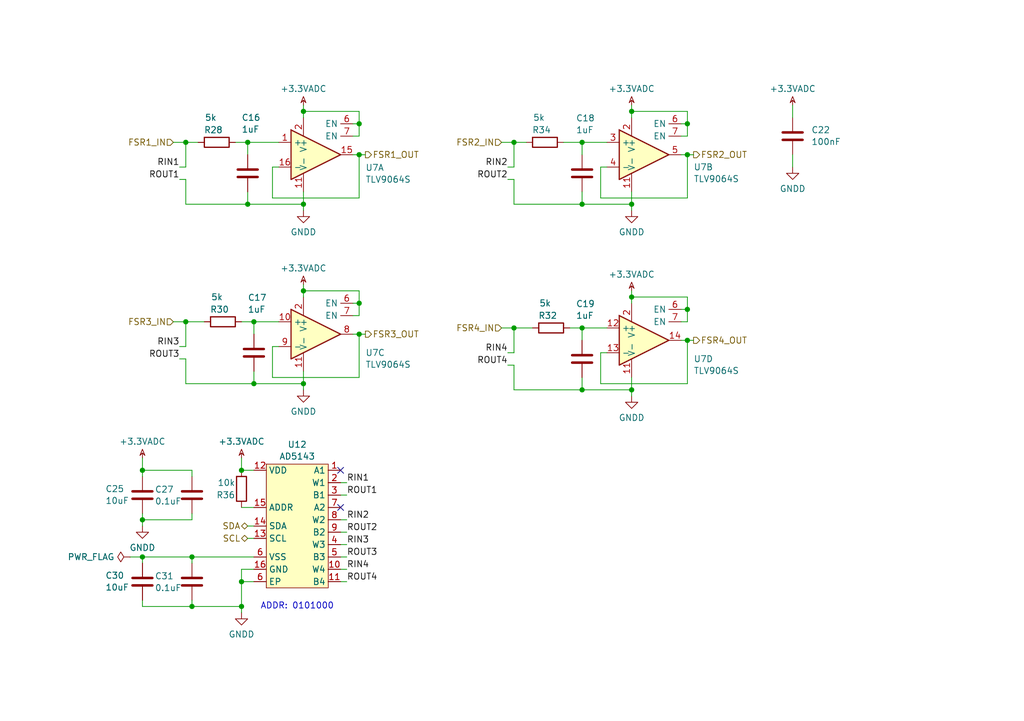
<source format=kicad_sch>
(kicad_sch (version 20231120) (generator "eeschema") (generator_version "8.0")
  (paper "A5")
  (lib_symbols
    (symbol "0.power-symbols:+3.3VADC" (power) (pin_names (offset 0))
      (property "Value" "+3.3VADC" (at 0 2.54 0))
      (symbol "+3.3VADC_0_0"
        (pin power_in line (at 0 0 90) (length 0) hide (name "+3.3VADC") (number "1"))
      )
      (symbol "+3.3VADC_0_1"
        (polyline (pts (xy 0 0) (xy 0 1.016) (xy 0 1.016)))
        (polyline (pts (xy 0 1.016) (xy 0.508 0.508) (xy 0 1.778) (xy -0.508 0.508) (xy 0 1.016) (xy 0 1.016)))
      )
    )
    (symbol "0.power-symbols:GNDD" (power) (pin_names (offset 0))
      (property "Value" "GNDD" (at 0 -3.81 0))
      (symbol "GNDD_0_1"
        (polyline (pts (xy 0 0) (xy 0 -1.27) (xy 1.27 -1.27) (xy 0 -2.54) (xy -1.27 -1.27) (xy 0 -1.27)))
      )
      (symbol "GNDD_1_1"
        (pin power_in line (at 0 0 270) (length 0) hide (name "GNDD") (number "1"))
      )
    )
    (symbol "0.power-symbols:PWR_FLAG" (power) (pin_numbers hide) (pin_names (offset 0) hide)
      (property "Value" "PWR_FLAG" (at 0 3.81 0))
      (symbol "PWR_FLAG_0_0"
        (pin power_out line (at 0 0 90) (length 0) (name "pwr") (number "1"))
      )
      (symbol "PWR_FLAG_0_1"
        (polyline (pts (xy 0 0) (xy 0 1.27) (xy -1.016 1.905) (xy 0 2.54) (xy 1.016 1.905) (xy 0 1.27)))
      )
    )
    (symbol "1.semi.ic.linear:TLV9064S"
      (property "Reference" "U" (at -12.7 10.16 0))
      (property "Value" "TLV9064S" (at -8.89 7.62 0))
      (symbol "TLV9064S_0_1"
        (polyline (pts (xy -3.81 5.08) (xy 6.35 0) (xy -3.81 -5.08) (xy -3.81 5.08)) (stroke (width 0.254)) (fill (type background)))
        (pin power_in line (at -1.27 -7.62 90) (length 3.81) (name "V-") (number "11"))
        (pin power_in line (at -1.27 7.62 270) (length 3.81) (name "V+") (number "2"))
        (pin power_in line (at 8.89 6.35 180) (length 2.54) (name "EN") (number "6"))
        (pin power_in line (at 8.89 3.81 180) (length 2.54) (name "EN") (number "7"))
      )
      (symbol "TLV9064S_0_2"
        (pin power_in line (at -1.27 -7.62 90) (length 3.81) (name "V-") (number "11"))
        (pin power_in line (at -1.27 7.62 270) (length 3.81) (name "V+") (number "2"))
      )
      (symbol "TLV9064S_1_1"
        (pin input line (at -6.35 2.54 0) (length 2.54) (name "+") (number "1"))
        (pin output line (at 8.89 0 180) (length 2.54) (name "~") (number "15"))
        (pin input line (at -6.35 -2.54 0) (length 2.54) (name "-") (number "16"))
      )
      (symbol "TLV9064S_1_2"
        (pin input line (at -6.35 2.54 0) (length 2.54) (name "+") (number "1"))
        (pin output line (at 8.89 0 180) (length 2.54) (name "~") (number "15"))
        (pin input line (at -6.35 -2.54 0) (length 2.54) (name "-") (number "16"))
      )
      (symbol "TLV9064S_2_1"
        (pin input line (at -6.35 2.54 0) (length 2.54) (name "+") (number "3"))
        (pin input line (at -6.35 -2.54 0) (length 2.54) (name "-") (number "4"))
        (pin output line (at 8.89 0 180) (length 2.54) (name "") (number "5"))
      )
      (symbol "TLV9064S_2_2"
        (pin input line (at -6.35 2.54 0) (length 2.54) (name "+") (number "3"))
        (pin input line (at -6.35 -2.54 0) (length 2.54) (name "-") (number "4"))
        (pin output line (at 8.89 0 180) (length 2.54) (name "") (number "5"))
      )
      (symbol "TLV9064S_3_1"
        (pin input line (at -6.35 2.54 0) (length 2.54) (name "+") (number "10"))
        (pin output line (at 8.89 0 180) (length 2.54) (name "") (number "8"))
        (pin input line (at -6.35 -2.54 0) (length 2.54) (name "-") (number "9"))
      )
      (symbol "TLV9064S_3_2"
        (pin input line (at -6.35 2.54 0) (length 2.54) (name "+") (number "10"))
        (pin output line (at 8.89 0 180) (length 2.54) (name "") (number "8"))
        (pin input line (at -6.35 -2.54 0) (length 2.54) (name "-") (number "9"))
      )
      (symbol "TLV9064S_4_1"
        (pin input line (at -6.35 2.54 0) (length 2.54) (name "+") (number "12"))
        (pin input line (at -6.35 -2.54 0) (length 2.54) (name "-") (number "13"))
        (pin output line (at 8.89 0 180) (length 2.54) (name "") (number "14"))
      )
      (symbol "TLV9064S_4_2"
        (pin input line (at -6.35 2.54 0) (length 2.54) (name "+") (number "12"))
        (pin input line (at -6.35 -2.54 0) (length 2.54) (name "-") (number "13"))
        (pin output line (at 8.89 0 180) (length 2.54) (name "") (number "14"))
      )
    )
    (symbol "2.passive:C" (pin_numbers hide) (pin_names (offset 0.254))
      (property "Reference" "C" (at 0.635 2.54 0))
      (property "Value" "C" (at 0.635 -2.54 0))
      (symbol "C_0_1"
        (polyline (pts (xy -2.032 -0.762) (xy 2.032 -0.762)) (stroke (width 0.508)))
        (polyline (pts (xy -2.032 0.762) (xy 2.032 0.762)) (stroke (width 0.508)))
      )
      (symbol "C_1_1"
        (pin passive line (at 0 3.81 270) (length 2.794) (name "~") (number "1"))
        (pin passive line (at 0 -3.81 90) (length 2.794) (name "~") (number "2"))
      )
    )
    (symbol "2.passive:R" (pin_numbers hide) (pin_names (offset 0))
      (property "Reference" "R" (at 2.032 0 90))
      (property "Value" "R" (at 0 0 90))
      (symbol "R_0_1"
        (rectangle (start -1.016 -2.54) (end 1.016 2.54) (stroke (width 0.254)))
      )
      (symbol "R_1_1"
        (pin passive line (at 0 3.81 270) (length 1.27) (name "~") (number "1"))
        (pin passive line (at 0 -3.81 90) (length 1.27) (name "~") (number "2"))
      )
    )
    (symbol "AD5143:AD5143"
      (property "Reference" "U" (at 0 3.81 0))
      (property "Value" "AD5143" (at 0 1.27 0))
      (symbol "AD5143_1_1"
        (rectangle (start -6.35 0) (end 6.35 -25.4) (fill (type background)))
        (pin input line (at 8.89 -1.27 180) (length 2.54) (name "A1") (number "1"))
        (pin passive line (at 8.89 -21.59 180) (length 2.54) (name "W4") (number "10"))
        (pin passive line (at 8.89 -24.13 180) (length 2.54) (name "B4") (number "11"))
        (pin input line (at -8.89 -1.27 0) (length 2.54) (name "VDD") (number "12"))
        (pin input line (at -8.89 -15.24 0) (length 2.54) (name "SCL") (number "13"))
        (pin bidirectional line (at -8.89 -12.7 0) (length 2.54) (name "SDA") (number "14"))
        (pin input line (at -8.89 -8.89 0) (length 2.54) (name "ADDR") (number "15"))
        (pin input line (at -8.89 -21.59 0) (length 2.54) (name "GND") (number "16"))
        (pin passive line (at 8.89 -3.81 180) (length 2.54) (name "W1") (number "2"))
        (pin passive line (at 8.89 -6.35 180) (length 2.54) (name "B1") (number "3"))
        (pin passive line (at 8.89 -16.51 180) (length 2.54) (name "W3") (number "4"))
        (pin passive line (at 8.89 -19.05 180) (length 2.54) (name "B3") (number "5"))
        (pin passive line (at -8.89 -24.13 0) (length 2.54) (name "EP") (number "6"))
        (pin power_in line (at -8.89 -19.05 0) (length 2.54) (name "VSS") (number "6"))
        (pin passive line (at 8.89 -8.89 180) (length 2.54) (name "A2") (number "7"))
        (pin passive line (at 8.89 -11.43 180) (length 2.54) (name "W2") (number "8"))
        (pin passive line (at 8.89 -13.97 180) (length 2.54) (name "B2") (number "9"))
      )
    )
  )
  (junction (at 38.1 29.21))
  (junction (at 129.54 60.96))
  (junction (at 49.53 124.46))
  (junction (at 49.53 96.52))
  (junction (at 73.66 25.4))
  (junction (at 119.38 29.21))
  (junction (at 29.21 96.52))
  (junction (at 129.54 41.91))
  (junction (at 140.97 69.85))
  (junction (at 119.38 67.31))
  (junction (at 140.97 25.4))
  (junction (at 105.41 29.21))
  (junction (at 73.66 62.23))
  (junction (at 73.66 31.75))
  (junction (at 140.97 31.75))
  (junction (at 39.37 114.3))
  (junction (at 119.38 41.91))
  (junction (at 50.8 29.21))
  (junction (at 129.54 22.86))
  (junction (at 38.1 66.04))
  (junction (at 140.97 63.5))
  (junction (at 49.53 119.38))
  (junction (at 62.23 22.86))
  (junction (at 73.66 68.58))
  (junction (at 52.07 66.04))
  (junction (at 29.21 114.3))
  (junction (at 62.23 59.69))
  (junction (at 39.37 124.46))
  (junction (at 129.54 80.01))
  (junction (at 62.23 41.91))
  (junction (at 52.07 78.74))
  (junction (at 62.23 78.74))
  (junction (at 119.38 80.01))
  (junction (at 50.8 41.91))
  (junction (at 29.21 106.68))
  (junction (at 105.41 67.31))
  (no_connect (at 69.85 96.52))
  (no_connect (at 69.85 104.14))
  (wire (pts (xy 139.7 63.5) (xy 140.97 63.5)))
  (wire (pts (xy 38.1 78.74) (xy 52.07 78.74)))
  (wire (pts (xy 105.41 67.31) (xy 109.22 67.31)))
  (wire (pts (xy 69.85 99.06) (xy 71.12 99.06)))
  (wire (pts (xy 73.66 59.69) (xy 62.23 59.69)))
  (wire (pts (xy 73.66 68.58) (xy 74.93 68.58)))
  (wire (pts (xy 140.97 69.85) (xy 139.7 69.85)))
  (wire (pts (xy 139.7 25.4) (xy 140.97 25.4)))
  (wire (pts (xy 72.39 62.23) (xy 73.66 62.23)))
  (wire (pts (xy 39.37 96.52) (xy 39.37 97.79)))
  (wire (pts (xy 140.97 60.96) (xy 129.54 60.96)))
  (wire (pts (xy 73.66 22.86) (xy 62.23 22.86)))
  (wire (pts (xy 38.1 41.91) (xy 50.8 41.91)))
  (wire (pts (xy 62.23 59.69) (xy 62.23 60.96)))
  (wire (pts (xy 123.19 72.39) (xy 123.19 78.74)))
  (wire (pts (xy 38.1 73.66) (xy 36.83 73.66)))
  (wire (pts (xy 140.97 78.74) (xy 140.97 69.85)))
  (wire (pts (xy 162.56 31.75) (xy 162.56 34.29)))
  (wire (pts (xy 49.53 96.52) (xy 52.07 96.52)))
  (wire (pts (xy 140.97 31.75) (xy 142.24 31.75)))
  (wire (pts (xy 38.1 29.21) (xy 40.64 29.21)))
  (wire (pts (xy 29.21 106.68) (xy 29.21 107.95)))
  (wire (pts (xy 69.85 106.68) (xy 71.12 106.68)))
  (wire (pts (xy 72.39 64.77) (xy 73.66 64.77)))
  (wire (pts (xy 49.53 116.84) (xy 49.53 119.38)))
  (wire (pts (xy 38.1 66.04) (xy 38.1 71.12)))
  (wire (pts (xy 105.41 74.93) (xy 104.14 74.93)))
  (wire (pts (xy 49.53 66.04) (xy 52.07 66.04)))
  (wire (pts (xy 48.26 29.21) (xy 50.8 29.21)))
  (wire (pts (xy 62.23 58.42) (xy 62.23 59.69)))
  (wire (pts (xy 140.97 22.86) (xy 129.54 22.86)))
  (wire (pts (xy 55.88 77.47) (xy 73.66 77.47)))
  (wire (pts (xy 69.85 109.22) (xy 71.12 109.22)))
  (wire (pts (xy 38.1 36.83) (xy 36.83 36.83)))
  (wire (pts (xy 119.38 67.31) (xy 119.38 69.85)))
  (wire (pts (xy 129.54 39.37) (xy 129.54 41.91)))
  (wire (pts (xy 50.8 29.21) (xy 57.15 29.21)))
  (wire (pts (xy 49.53 104.14) (xy 52.07 104.14)))
  (wire (pts (xy 129.54 22.86) (xy 129.54 24.13)))
  (wire (pts (xy 49.53 124.46) (xy 49.53 125.73)))
  (wire (pts (xy 129.54 80.01) (xy 129.54 81.28)))
  (wire (pts (xy 105.41 34.29) (xy 104.14 34.29)))
  (wire (pts (xy 105.41 72.39) (xy 104.14 72.39)))
  (wire (pts (xy 140.97 63.5) (xy 140.97 60.96)))
  (wire (pts (xy 129.54 41.91) (xy 129.54 43.18)))
  (wire (pts (xy 69.85 119.38) (xy 71.12 119.38)))
  (wire (pts (xy 73.66 40.64) (xy 73.66 31.75)))
  (wire (pts (xy 119.38 67.31) (xy 124.46 67.31)))
  (wire (pts (xy 39.37 106.68) (xy 39.37 105.41)))
  (wire (pts (xy 105.41 41.91) (xy 119.38 41.91)))
  (wire (pts (xy 62.23 78.74) (xy 62.23 80.01)))
  (wire (pts (xy 105.41 29.21) (xy 105.41 34.29)))
  (wire (pts (xy 29.21 93.98) (xy 29.21 96.52)))
  (wire (pts (xy 73.66 31.75) (xy 72.39 31.75)))
  (wire (pts (xy 73.66 27.94) (xy 73.66 25.4)))
  (wire (pts (xy 29.21 106.68) (xy 39.37 106.68)))
  (wire (pts (xy 29.21 96.52) (xy 39.37 96.52)))
  (wire (pts (xy 140.97 69.85) (xy 142.24 69.85)))
  (wire (pts (xy 57.15 71.12) (xy 55.88 71.12)))
  (wire (pts (xy 105.41 67.31) (xy 105.41 72.39)))
  (wire (pts (xy 69.85 101.6) (xy 71.12 101.6)))
  (wire (pts (xy 123.19 78.74) (xy 140.97 78.74)))
  (wire (pts (xy 49.53 119.38) (xy 52.07 119.38)))
  (wire (pts (xy 140.97 27.94) (xy 140.97 25.4)))
  (wire (pts (xy 119.38 29.21) (xy 119.38 31.75)))
  (wire (pts (xy 50.8 41.91) (xy 62.23 41.91)))
  (wire (pts (xy 140.97 25.4) (xy 140.97 22.86)))
  (wire (pts (xy 38.1 34.29) (xy 36.83 34.29)))
  (wire (pts (xy 62.23 41.91) (xy 62.23 43.18)))
  (wire (pts (xy 105.41 29.21) (xy 107.95 29.21)))
  (wire (pts (xy 69.85 111.76) (xy 71.12 111.76)))
  (wire (pts (xy 105.41 36.83) (xy 104.14 36.83)))
  (wire (pts (xy 38.1 66.04) (xy 41.91 66.04)))
  (wire (pts (xy 119.38 80.01) (xy 129.54 80.01)))
  (wire (pts (xy 52.07 78.74) (xy 62.23 78.74)))
  (wire (pts (xy 72.39 27.94) (xy 73.66 27.94)))
  (wire (pts (xy 50.8 107.95) (xy 52.07 107.95)))
  (wire (pts (xy 55.88 40.64) (xy 73.66 40.64)))
  (wire (pts (xy 35.56 66.04) (xy 38.1 66.04)))
  (wire (pts (xy 69.85 116.84) (xy 71.12 116.84)))
  (wire (pts (xy 140.97 31.75) (xy 139.7 31.75)))
  (wire (pts (xy 140.97 66.04) (xy 140.97 63.5)))
  (wire (pts (xy 29.21 124.46) (xy 29.21 123.19)))
  (wire (pts (xy 29.21 97.79) (xy 29.21 96.52)))
  (wire (pts (xy 38.1 71.12) (xy 36.83 71.12)))
  (wire (pts (xy 69.85 114.3) (xy 71.12 114.3)))
  (wire (pts (xy 62.23 21.59) (xy 62.23 22.86)))
  (wire (pts (xy 129.54 21.59) (xy 129.54 22.86)))
  (wire (pts (xy 139.7 66.04) (xy 140.97 66.04)))
  (wire (pts (xy 105.41 80.01) (xy 119.38 80.01)))
  (wire (pts (xy 55.88 71.12) (xy 55.88 77.47)))
  (wire (pts (xy 105.41 36.83) (xy 105.41 41.91)))
  (wire (pts (xy 29.21 115.57) (xy 29.21 114.3)))
  (wire (pts (xy 50.8 39.37) (xy 50.8 41.91)))
  (wire (pts (xy 102.87 29.21) (xy 105.41 29.21)))
  (wire (pts (xy 123.19 40.64) (xy 140.97 40.64)))
  (wire (pts (xy 52.07 76.2) (xy 52.07 78.74)))
  (wire (pts (xy 102.87 67.31) (xy 105.41 67.31)))
  (wire (pts (xy 29.21 114.3) (xy 39.37 114.3)))
  (wire (pts (xy 123.19 34.29) (xy 123.19 40.64)))
  (wire (pts (xy 72.39 25.4) (xy 73.66 25.4)))
  (wire (pts (xy 38.1 73.66) (xy 38.1 78.74)))
  (wire (pts (xy 52.07 66.04) (xy 52.07 68.58)))
  (wire (pts (xy 49.53 116.84) (xy 52.07 116.84)))
  (wire (pts (xy 39.37 114.3) (xy 52.07 114.3)))
  (wire (pts (xy 55.88 34.29) (xy 55.88 40.64)))
  (wire (pts (xy 49.53 119.38) (xy 49.53 124.46)))
  (wire (pts (xy 39.37 114.3) (xy 39.37 115.57)))
  (wire (pts (xy 50.8 29.21) (xy 50.8 31.75)))
  (wire (pts (xy 73.66 62.23) (xy 73.66 59.69)))
  (wire (pts (xy 124.46 72.39) (xy 123.19 72.39)))
  (wire (pts (xy 140.97 40.64) (xy 140.97 31.75)))
  (wire (pts (xy 38.1 36.83) (xy 38.1 41.91)))
  (wire (pts (xy 62.23 39.37) (xy 62.23 41.91)))
  (wire (pts (xy 62.23 76.2) (xy 62.23 78.74)))
  (wire (pts (xy 119.38 77.47) (xy 119.38 80.01)))
  (wire (pts (xy 73.66 77.47) (xy 73.66 68.58)))
  (wire (pts (xy 73.66 68.58) (xy 72.39 68.58)))
  (wire (pts (xy 119.38 41.91) (xy 129.54 41.91)))
  (wire (pts (xy 73.66 31.75) (xy 74.93 31.75)))
  (wire (pts (xy 62.23 22.86) (xy 62.23 24.13)))
  (wire (pts (xy 73.66 25.4) (xy 73.66 22.86)))
  (wire (pts (xy 129.54 77.47) (xy 129.54 80.01)))
  (wire (pts (xy 29.21 124.46) (xy 39.37 124.46)))
  (wire (pts (xy 38.1 29.21) (xy 38.1 34.29)))
  (wire (pts (xy 116.84 67.31) (xy 119.38 67.31)))
  (wire (pts (xy 49.53 93.98) (xy 49.53 96.52)))
  (wire (pts (xy 52.07 66.04) (xy 57.15 66.04)))
  (wire (pts (xy 115.57 29.21) (xy 119.38 29.21)))
  (wire (pts (xy 38.1 29.21) (xy 35.56 29.21)))
  (wire (pts (xy 57.15 34.29) (xy 55.88 34.29)))
  (wire (pts (xy 26.67 114.3) (xy 29.21 114.3)))
  (wire (pts (xy 119.38 29.21) (xy 124.46 29.21)))
  (wire (pts (xy 162.56 21.59) (xy 162.56 24.13)))
  (wire (pts (xy 119.38 39.37) (xy 119.38 41.91)))
  (wire (pts (xy 39.37 124.46) (xy 49.53 124.46)))
  (wire (pts (xy 50.8 110.49) (xy 52.07 110.49)))
  (wire (pts (xy 39.37 124.46) (xy 39.37 123.19)))
  (wire (pts (xy 129.54 60.96) (xy 129.54 62.23)))
  (wire (pts (xy 129.54 59.69) (xy 129.54 60.96)))
  (wire (pts (xy 124.46 34.29) (xy 123.19 34.29)))
  (wire (pts (xy 73.66 64.77) (xy 73.66 62.23)))
  (wire (pts (xy 139.7 27.94) (xy 140.97 27.94)))
  (wire (pts (xy 29.21 106.68) (xy 29.21 105.41)))
  (wire (pts (xy 105.41 74.93) (xy 105.41 80.01)))
  (text "ADDR: 0101000\n" (at 60.96 124.46 0) (effects (font (size 1.27 1.27))))
  (label "ROUT1" (at 71.12 101.6 0))
  (label "RIN4" (at 104.14 72.39 180))
  (label "RIN3" (at 71.12 111.76 0))
  (label "ROUT1" (at 36.83 36.83 180))
  (label "RIN4" (at 71.12 116.84 0))
  (label "RIN2" (at 71.12 106.68 0))
  (label "RIN2" (at 104.14 34.29 180))
  (label "ROUT2" (at 104.14 36.83 180))
  (label "RIN3" (at 36.83 71.12 180))
  (label "ROUT4" (at 104.14 74.93 180))
  (label "RIN1" (at 71.12 99.06 0))
  (label "ROUT3" (at 36.83 73.66 180))
  (label "ROUT4" (at 71.12 119.38 0))
  (label "ROUT2" (at 71.12 109.22 0))
  (label "ROUT3" (at 71.12 114.3 0))
  (label "RIN1" (at 36.83 34.29 180))
  (hierarchical_label "SCL" (shape bidirectional) (at 50.8 110.49 180))
  (hierarchical_label "FSR1_OUT" (shape output) (at 74.93 31.75 0))
  (hierarchical_label "FSR2_OUT" (shape output) (at 142.24 31.75 0))
  (hierarchical_label "FSR4_IN" (shape input) (at 102.87 67.31 180))
  (hierarchical_label "FSR2_IN" (shape input) (at 102.87 29.21 180))
  (hierarchical_label "FSR3_OUT" (shape output) (at 74.93 68.58 0))
  (hierarchical_label "FSR4_OUT" (shape output) (at 142.24 69.85 0))
  (hierarchical_label "FSR1_IN" (shape input) (at 35.56 29.21 180))
  (hierarchical_label "SDA" (shape bidirectional) (at 50.8 107.95 180))
  (hierarchical_label "FSR3_IN" (shape input) (at 35.56 66.04 180))
  (symbol (lib_id "2.passive:C") (at 39.37 119.38 0) (unit 1)
    (property "Reference" "C31" (at 31.75 118.2257 0) (effects (justify left)))
    (property "Value" "0.1uF" (at 31.75 120.65 0) (effects (justify left)))
    (property "Footprint" "2_Passives_Capacitors_SMD_IPC:C_1608_603_B" (effects (hide yes)))
    (property "Description" "Unpolarized capacitor" (effects (hide yes)))
    (property "PN" "2,16" (effects (hide yes)))
  )
  (symbol (lib_id "0.power-symbols:+3.3VADC") (at 129.54 59.69 0) (unit 1)
    (property "Reference" "#PWR041" (effects (hide yes)))
    (property "Value" "+3.3VADC" (at 129.54 56.3189 0))
  )
  (symbol (lib_id "0.power-symbols:GNDD") (at 129.54 81.28 0) (unit 1)
    (property "Reference" "#PWR048" (effects (hide yes)))
    (property "Value" "GNDD" (at 129.54 85.7234 0))
  )
  (symbol (lib_id "0.power-symbols:GNDD") (at 62.23 80.01 0) (unit 1)
    (property "Reference" "#PWR052" (effects (hide yes)))
    (property "Value" "GNDD" (at 62.23 84.4534 0))
  )
  (symbol (lib_id "2.passive:R") (at 113.03 67.31 90) (unit 1)
    (property "Reference" "R32" (at 114.3 64.77 90) (effects (justify left)))
    (property "Value" "5k" (at 113.03 62.23 90) (effects (justify left)))
    (property "Footprint" "2_Passives_Resistors_SMD_IPC:R_1608_603_B" (effects (hide yes)))
    (property "Description" "Resistor" (effects (hide yes)))
  )
  (symbol (lib_id "1.semi.ic.linear:TLV9064S") (at 130.81 69.85 0) (unit 4)
    (property "Reference" "U7" (at 142.24 73.66 0) (effects (justify left)))
    (property "Value" "TLV9064S" (at 142.24 76.0843 0) (effects (justify left)))
  )
  (symbol (lib_id "1.semi.ic.linear:TLV9064S") (at 63.5 68.58 0) (unit 3)
    (property "Reference" "U7" (at 74.93 72.39 0) (effects (justify left)))
    (property "Value" "TLV9064S" (at 74.93 74.8143 0) (effects (justify left)))
  )
  (symbol (lib_id "2.passive:C") (at 52.07 72.39 0) (unit 1)
    (property "Reference" "C17" (at 50.8 61.0757 0) (effects (justify left)))
    (property "Value" "1uF" (at 50.8 63.5 0) (effects (justify left)))
    (property "Footprint" "2_Passives_Capacitors_SMD_IPC:C_1608_603_B" (effects (hide yes)))
    (property "Description" "Unpolarized capacitor" (effects (hide yes)))
    (property "PN" "2,16" (effects (hide yes)))
  )
  (symbol (lib_id "0.power-symbols:GNDD") (at 62.23 43.18 0) (unit 1)
    (property "Reference" "#PWR058" (effects (hide yes)))
    (property "Value" "GNDD" (at 62.23 47.6234 0))
  )
  (symbol (lib_id "2.passive:C") (at 39.37 101.6 0) (unit 1)
    (property "Reference" "C27" (at 31.75 100.4457 0) (effects (justify left)))
    (property "Value" "0.1uF" (at 31.75 102.87 0) (effects (justify left)))
    (property "Footprint" "2_Passives_Capacitors_SMD_IPC:C_1608_603_B" (effects (hide yes)))
    (property "Description" "Unpolarized capacitor" (effects (hide yes)))
    (property "PN" "2,16" (effects (hide yes)))
  )
  (symbol (lib_id "AD5143:AD5143") (at 60.96 95.25 0) (unit 1)
    (property "Reference" "U12" (at 60.96 91.2325 0))
    (property "Value" "AD5143" (at 60.96 93.6568 0))
    (property "Footprint" "1_Semi_QFN:WQFN-16-1EP_3x3mm_P0.5mm_EP1.68x1.68mm" (effects (hide yes)))
  )
  (symbol (lib_id "0.power-symbols:+3.3VADC") (at 162.56 21.59 0) (unit 1)
    (property "Reference" "#PWR051" (effects (hide yes)))
    (property "Value" "+3.3VADC" (at 162.56 18.2189 0))
  )
  (symbol (lib_id "2.passive:C") (at 119.38 73.66 0) (unit 1)
    (property "Reference" "C19" (at 118.11 62.3457 0) (effects (justify left)))
    (property "Value" "1uF" (at 118.11 64.77 0) (effects (justify left)))
    (property "Footprint" "2_Passives_Capacitors_SMD_IPC:C_1608_603_B" (effects (hide yes)))
    (property "Description" "Unpolarized capacitor" (effects (hide yes)))
    (property "PN" "2,16" (effects (hide yes)))
  )
  (symbol (lib_id "0.power-symbols:PWR_FLAG") (at 26.67 114.3 90) (unit 1)
    (property "Reference" "#FLG03" (effects (hide yes)))
    (property "Value" "PWR_FLAG" (at 23.4951 114.3 90) (effects (justify left)))
  )
  (symbol (lib_id "0.power-symbols:GNDD") (at 162.56 34.29 0) (unit 1)
    (property "Reference" "#PWR040" (effects (hide yes)))
    (property "Value" "GNDD" (at 162.56 38.7334 0))
  )
  (symbol (lib_id "0.power-symbols:GNDD") (at 129.54 43.18 0) (unit 1)
    (property "Reference" "#PWR042" (effects (hide yes)))
    (property "Value" "GNDD" (at 129.54 47.6234 0))
  )
  (symbol (lib_id "1.semi.ic.linear:TLV9064S") (at 130.81 31.75 0) (unit 2)
    (property "Reference" "U7" (at 142.24 34.29 0) (effects (justify left)))
    (property "Value" "TLV9064S" (at 142.24 36.7143 0) (effects (justify left)))
  )
  (symbol (lib_id "0.power-symbols:GNDD") (at 49.53 125.73 0) (unit 1)
    (property "Reference" "#PWR074" (effects (hide yes)))
    (property "Value" "GNDD" (at 49.53 130.1734 0))
  )
  (symbol (lib_id "2.passive:R") (at 44.45 29.21 90) (unit 1)
    (property "Reference" "R28" (at 45.72 26.67 90) (effects (justify left)))
    (property "Value" "5k" (at 44.45 24.13 90) (effects (justify left)))
    (property "Footprint" "2_Passives_Resistors_SMD_IPC:R_1608_603_B" (effects (hide yes)))
    (property "Description" "Resistor" (effects (hide yes)))
  )
  (symbol (lib_id "0.power-symbols:+3.3VADC") (at 49.53 93.98 0) (unit 1)
    (property "Reference" "#PWR05" (effects (hide yes)))
    (property "Value" "+3.3VADC" (at 49.53 90.6089 0))
  )
  (symbol (lib_id "1.semi.ic.linear:TLV9064S") (at 63.5 31.75 0) (unit 1)
    (property "Reference" "U7" (at 74.93 34.4057 0) (effects (justify left)))
    (property "Value" "TLV9064S" (at 74.93 36.83 0) (effects (justify left)))
  )
  (symbol (lib_id "0.power-symbols:+3.3VADC") (at 29.21 93.98 0) (unit 1)
    (property "Reference" "#PWR069" (effects (hide yes)))
    (property "Value" "+3.3VADC" (at 29.21 90.6089 0))
  )
  (symbol (lib_id "2.passive:C") (at 29.21 119.38 0) (unit 1)
    (property "Reference" "C30" (at 21.59 118.11 0) (effects (justify left)))
    (property "Value" "10uF" (at 21.59 120.5343 0) (effects (justify left)))
    (property "Footprint" "2_Passives_Capacitors_SMD_IPC:C_1608_603_B" (effects (hide yes)))
    (property "Description" "Unpolarized capacitor" (effects (hide yes)))
    (property "PN" "2,16" (effects (hide yes)))
  )
  (symbol (lib_id "2.passive:R") (at 111.76 29.21 90) (unit 1)
    (property "Reference" "R34" (at 113.03 26.67 90) (effects (justify left)))
    (property "Value" "5k" (at 111.76 24.13 90) (effects (justify left)))
    (property "Footprint" "2_Passives_Resistors_SMD_IPC:R_1608_603_B" (effects (hide yes)))
    (property "Description" "Resistor" (effects (hide yes)))
  )
  (symbol (lib_id "2.passive:R") (at 49.53 100.33 180) (unit 1)
    (property "Reference" "R36" (at 48.26 101.6 0) (effects (justify left)))
    (property "Value" "10k" (at 48.26 99.06 0) (effects (justify left)))
    (property "Footprint" "2_Passives_Resistors_SMD_IPC:R_1608_603_B" (effects (hide yes)))
    (property "Description" "Resistor" (effects (hide yes)))
  )
  (symbol (lib_id "0.power-symbols:+3.3VADC") (at 129.54 21.59 0) (unit 1)
    (property "Reference" "#PWR036" (effects (hide yes)))
    (property "Value" "+3.3VADC" (at 129.54 18.2189 0))
  )
  (symbol (lib_id "2.passive:R") (at 45.72 66.04 90) (unit 1)
    (property "Reference" "R30" (at 46.99 63.5 90) (effects (justify left)))
    (property "Value" "5k" (at 45.72 60.96 90) (effects (justify left)))
    (property "Footprint" "2_Passives_Resistors_SMD_IPC:R_1608_603_B" (effects (hide yes)))
    (property "Description" "Resistor" (effects (hide yes)))
  )
  (symbol (lib_id "0.power-symbols:+3.3VADC") (at 62.23 58.42 0) (unit 1)
    (property "Reference" "#PWR044" (effects (hide yes)))
    (property "Value" "+3.3VADC" (at 62.23 55.0489 0))
  )
  (symbol (lib_id "2.passive:C") (at 29.21 101.6 0) (unit 1)
    (property "Reference" "C25" (at 21.59 100.33 0) (effects (justify left)))
    (property "Value" "10uF" (at 21.59 102.7543 0) (effects (justify left)))
    (property "Footprint" "2_Passives_Capacitors_SMD_IPC:C_1608_603_B" (effects (hide yes)))
    (property "Description" "Unpolarized capacitor" (effects (hide yes)))
    (property "PN" "2,16" (effects (hide yes)))
  )
  (symbol (lib_id "0.power-symbols:GNDD") (at 29.21 107.95 0) (unit 1)
    (property "Reference" "#PWR071" (effects (hide yes)))
    (property "Value" "GNDD" (at 29.21 112.3934 0))
  )
  (symbol (lib_id "0.power-symbols:+3.3VADC") (at 62.23 21.59 0) (unit 1)
    (property "Reference" "#PWR020" (effects (hide yes)))
    (property "Value" "+3.3VADC" (at 62.23 18.2189 0))
  )
  (symbol (lib_id "2.passive:C") (at 50.8 35.56 0) (unit 1)
    (property "Reference" "C16" (at 49.53 24.13 0) (effects (justify left)))
    (property "Value" "1uF" (at 49.53 26.5543 0) (effects (justify left)))
    (property "Footprint" "2_Passives_Capacitors_SMD_IPC:C_1608_603_B" (effects (hide yes)))
    (property "Description" "Unpolarized capacitor" (effects (hide yes)))
    (property "PN" "2,16" (effects (hide yes)))
  )
  (symbol (lib_id "2.passive:C") (at 162.56 27.94 0) (unit 1)
    (property "Reference" "C22" (at 166.37 26.67 0) (effects (justify left)))
    (property "Value" "100nF" (at 166.37 29.0943 0) (effects (justify left)))
    (property "Footprint" "2_Passives_Capacitors_SMD_IPC:C_1608_603_B" (effects (hide yes)))
    (property "Description" "Unpolarized capacitor" (effects (hide yes)))
    (property "PN" "2,10" (effects (hide yes)))
  )
  (symbol (lib_id "2.passive:C") (at 119.38 35.56 0) (unit 1)
    (property "Reference" "C18" (at 118.11 24.2457 0) (effects (justify left)))
    (property "Value" "1uF" (at 118.11 26.67 0) (effects (justify left)))
    (property "Footprint" "2_Passives_Capacitors_SMD_IPC:C_1608_603_B" (effects (hide yes)))
    (property "Description" "Unpolarized capacitor" (effects (hide yes)))
    (property "PN" "2,16" (effects (hide yes)))
  )
)
</source>
